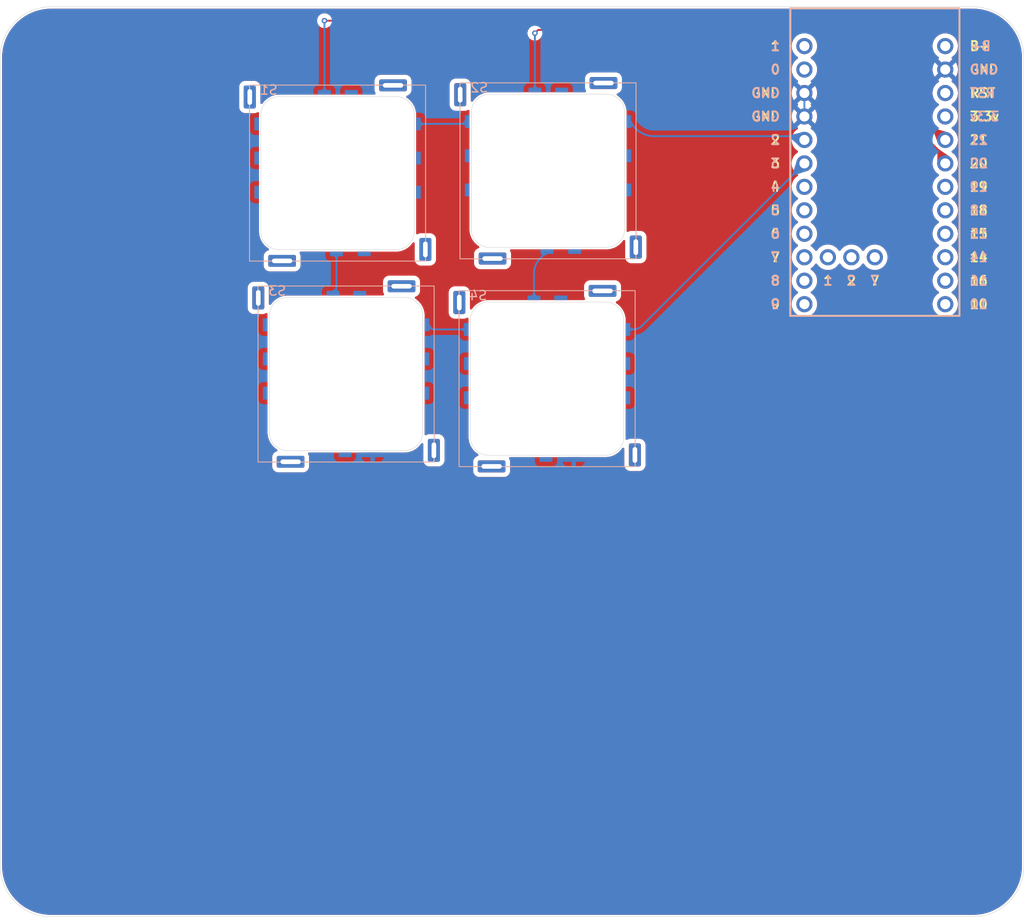
<source format=kicad_pcb>
(kicad_pcb (version 20241229) (generator "pcbnew") (generator_version "9.0")
  (layers (0 "F.Cu" jumper) (2 "B.Cu" jumper) (13 "F.Paste" user) (15 "B.Paste" user) (5 "F.SilkS" user "F.Silkscreen") (7 "B.SilkS" user "B.Silkscreen") (1 "F.Mask" user) (3 "B.Mask" user) (25 "Edge.Cuts" user))
  (net 0 "")
  (net 2 "col_0")
  (net 3 "row_0")
  (net 4 "Net-(S1-C-OUT)")
  (net 5 "Net-(S1-GND-Pad6)")
  (net 6 "Net-(S2-GND-Pad6)")
  (net 8 "Net-(S2-C-OUT)")
  (net 9 "col_1")
  (net 10 "row_1")
  (net 11 "GND_L")
  (net 18 "RESET_L")
  (net 24 "RAW_L")
  (net 32 "Net-(S1-R-OUT)")
  (net 33 "Net-(S3-R-OUT)")
  (footprint "MCU:Nice_Nano_V2" (layer "F.Cu") (at 147.38 44.69)
    (property "Reference" "U1" (hide yes))
    (property "Value" "Nice_Nano_V2" (hide yes))
    (fp_line (start -9.15 -17.78) (end -9.15 15.52) (stroke (width 0.2)) (layer "F.SilkS"))
    (fp_line (start 9.15 -17.78) (end -9.15 -17.78) (stroke (width 0.2)) (layer "F.SilkS"))
    (fp_line (start 9.15 -17.78) (end 9.15 15.52) (stroke (width 0.2)) (layer "F.SilkS"))
    (fp_line (start 9.15 15.52) (end -9.15 15.52) (stroke (width 0.2)) (layer "F.SilkS"))
    (fp_line (start -9.15 15.52) (end -9.15 -17.78) (stroke (width 0.2)) (layer "B.SilkS"))
    (fp_line (start 9.15 -17.78) (end -9.15 -17.78) (stroke (width 0.2)) (layer "B.SilkS"))
    (fp_line (start 9.15 15.52) (end -9.15 15.52) (stroke (width 0.2)) (layer "B.SilkS"))
    (fp_line (start 9.15 15.52) (end 9.15 -17.78) (stroke (width 0.2)) (layer "B.SilkS"))
    (fp_text user "7" (at -10.16 9.17 0) (layer "F.SilkS") (effects (font (thickness 0.2) (bold yes)) (justify right)))
    (fp_text user "5" (at -10.16 4.09 0) (layer "F.SilkS") (effects (font (thickness 0.2) (bold yes)) (justify right)))
    (fp_text user "19" (at 10.16 1.55 0) (layer "F.SilkS") (effects (font (thickness 0.2) (bold yes)) (justify left)))
    (fp_text user "4" (at -10.16 1.55 0) (layer "F.SilkS") (effects (font (thickness 0.2) (bold yes)) (justify right)))
    (fp_text user "8" (at -10.16 11.71 0) (layer "F.SilkS") (effects (font (thickness 0.2) (bold yes)) (justify right)))
    (fp_text user "2" (at -10.16 -3.53 0) (layer "F.SilkS") (effects (font (thickness 0.2) (bold yes)) (justify right)))
    (fp_text user "14" (at 10.16 9.17 0) (layer "F.SilkS") (effects (font (thickness 0.2) (bold yes)) (justify left)))
    (fp_text user "21" (at 10.16 -3.53 0) (layer "F.SilkS") (effects (font (thickness 0.2) (bold yes)) (justify left)))
    (fp_text user "RST" (at 10.16 -8.61 0) (layer "F.SilkS") (effects (font (thickness 0.2) (bold yes)) (justify left)))
    (fp_text user "20" (at 10.16 -0.99 0) (layer "F.SilkS") (effects (font (thickness 0.2) (bold yes)) (justify left)))
    (fp_text user "3.3v" (at 10.16 -6.07 0) (layer "F.SilkS") (effects (font (thickness 0.2) (bold yes)) (justify left)))
    (fp_text user "1" (at -10.16 -13.69 0) (layer "F.SilkS") (effects (font (thickness 0.2) (bold yes)) (justify right)))
    (fp_text user "7" (at 0 11.709998 0) (layer "F.SilkS") (effects (font (thickness 0.2) (bold yes))))
    (fp_text user "0" (at -10.16 -11.15 0) (layer "F.SilkS") (effects (font (thickness 0.2) (bold yes)) (justify right)))
    (fp_text user "6" (at -10.16 6.63 0) (layer "F.SilkS") (effects (font (thickness 0.2) (bold yes)) (justify right)))
    (fp_text user "2" (at -2.54 11.71 0) (layer "F.SilkS") (effects (font (thickness 0.2) (bold yes))))
    (fp_text user "GND" (at -10.16 -8.61 0) (layer "F.SilkS") (effects (font (thickness 0.2) (bold yes)) (justify right)))
    (fp_text user "16" (at 10.16 11.71 0) (layer "F.SilkS") (effects (font (thickness 0.2) (bold yes)) (justify left)))
    (fp_text user "GND" (at -10.16 -6.07 0) (layer "F.SilkS") (effects (font (thickness 0.2) (bold yes)) (justify right)))
    (fp_text user "15" (at 10.16 6.63 0) (layer "F.SilkS") (effects (font (thickness 0.2) (bold yes)) (justify left)))
    (fp_text user "9" (at -10.16 14.25 0) (layer "F.SilkS") (effects (font (thickness 0.2) (bold yes)) (justify right)))
    (fp_text user "10" (at 10.16 14.25 0) (layer "F.SilkS") (effects (font (thickness 0.2) (bold yes)) (justify left)))
    (fp_text user "18" (at 10.16 4.09 0) (layer "F.SilkS") (effects (font (thickness 0.2) (bold yes)) (justify left)))
    (fp_text user "GND" (at 10.16 -11.15 0) (layer "F.SilkS") (effects (font (thickness 0.2) (bold yes)) (justify left)))
    (fp_text user "B+" (at 10.16 -13.69 0) (layer "F.SilkS") (effects (font (thickness 0.2) (bold yes)) (justify left)))
    (fp_text user "3" (at -10.16 -0.99 0) (layer "F.SilkS") (effects (font (thickness 0.2) (bold yes)) (justify right)))
    (fp_text user "1" (at -5.08 11.71 0) (layer "F.SilkS") (effects (font (thickness 0.2) (bold yes))))
    (fp_text user "GND" (at -10.16 -6.07 0) (layer "B.SilkS") (effects (font (thickness 0.2) (bold yes)) (justify left mirror)))
    (fp_text user "14" (at 10.16 9.17 0) (layer "B.SilkS") (effects (font (thickness 0.2) (bold yes)) (justify right mirror)))
    (fp_text user "18" (at 10.16 4.09 0) (layer "B.SilkS") (effects (font (thickness 0.2) (bold yes)) (justify right mirror)))
    (fp_text user "15" (at 10.16 6.63 0) (layer "B.SilkS") (effects (font (thickness 0.2) (bold yes)) (justify right mirror)))
    (fp_text user "0" (at -10.16 -11.15 0) (layer "B.SilkS") (effects (font (thickness 0.2) (bold yes)) (justify left mirror)))
    (fp_text user "19" (at 10.16 1.55 0) (layer "B.SilkS") (effects (font (thickness 0.2) (bold yes)) (justify right mirror)))
    (fp_text user "2" (at -10.16 -3.53 0) (layer "B.SilkS") (effects (font (thickness 0.2) (bold yes)) (justify left mirror)))
    (fp_text user "1" (at -5.08 11.71 0) (layer "B.SilkS") (effects (font (thickness 0.2) (bold yes)) (justify mirror)))
    (fp_text user "2" (at -2.54 11.71 0) (layer "B.SilkS") (effects (font (thickness 0.2) (bold yes)) (justify mirror)))
    (fp_text user "8" (at -10.16 11.71 0) (layer "B.SilkS") (effects (font (thickness 0.2) (bold yes)) (justify left mirror)))
    (fp_text user "5" (at -10.16 4.09 0) (layer "B.SilkS") (effects (font (thickness 0.2) (bold yes)) (justify left mirror)))
    (fp_text user "GND" (at -10.16 -8.61 0) (layer "B.SilkS") (effects (font (thickness 0.2) (bold yes)) (justify left mirror)))
    (fp_text user "RST" (at 10.16 -8.61 0) (layer "B.SilkS") (effects (font (thickness 0.2) (bold yes)) (justify right mirror)))
    (fp_text user "B+" (at 10.16 -13.69 0) (layer "B.SilkS") (effects (font (thickness 0.2) (bold yes)) (justify right mirror)))
    (fp_text user "7" (at 0 11.709998 0) (layer "B.SilkS") (effects (font (thickness 0.2) (bold yes)) (justify mirror)))
    (fp_text user "16" (at 10.16 11.71 0) (layer "B.SilkS") (effects (font (thickness 0.2) (bold yes)) (justify right mirror)))
    (fp_text user "GND" (at 10.16 -11.15 0) (layer "B.SilkS") (effects (font (thickness 0.2) (bold yes)) (justify right mirror)))
    (fp_text user "6" (at -10.16 6.63 0) (layer "B.SilkS") (effects (font (thickness 0.2) (bold yes)) (justify left mirror)))
    (fp_text user "9" (at -10.16 14.25 0) (layer "B.SilkS") (effects (font (thickness 0.2) (bold yes)) (justify left mirror)))
    (fp_text user "1" (at -10.16 -13.69 0) (layer "B.SilkS") (effects (font (thickness 0.2) (bold yes)) (justify left mirror)))
    (fp_text user "20" (at 10.16 -0.99 0) (layer "B.SilkS") (effects (font (thickness 0.2) (bold yes)) (justify right mirror)))
    (fp_text user "7" (at -10.16 9.17 0) (layer "B.SilkS") (effects (font (thickness 0.2) (bold yes)) (justify left mirror)))
    (fp_text user "3" (at -10.16 -0.99 0) (layer "B.SilkS") (effects (font (thickness 0.2) (bold yes)) (justify left mirror)))
    (fp_text user "4" (at -10.16 1.55 0) (layer "B.SilkS") (effects (font (thickness 0.2) (bold yes)) (justify left mirror)))
    (fp_text user "21" (at 10.16 -3.53 0) (layer "B.SilkS") (effects (font (thickness 0.2) (bold yes)) (justify right mirror)))
    (fp_text user "10" (at 10.16 14.25 0) (layer "B.SilkS") (effects (font (thickness 0.2) (bold yes)) (justify right mirror)))
    (fp_text user "3.3v" (at 10.16 -6.07 0) (layer "B.SilkS") (effects (font (thickness 0.2) (bold yes)) (justify right mirror)))
    (pad "1" thru_hole circle (at -7.62 -13.69 270) (size 1.7526 1.7526) (drill 1.0922) (layers "*.Cu" "*.Mask"))
    (pad "2" thru_hole circle (at -7.62 -11.15 270) (size 1.7526 1.7526) (drill 1.0922) (layers "*.Cu" "*.Mask"))
    (pad "3" thru_hole circle (at -7.62 -8.61 270) (size 1.7526 1.7526) (drill 1.0922) (layers "*.Cu" "*.Mask") (net 11 "GND_L"))
    (pad "4" thru_hole circle (at -7.62 -6.07 270) (size 1.7526 1.7526) (drill 1.0922) (layers "*.Cu" "*.Mask") (net 11 "GND_L"))
    (pad "5" thru_hole circle (at -7.62 -3.53 270) (size 1.7526 1.7526) (drill 1.0922) (layers "*.Cu" "*.Mask") (net 3 "row_0"))
    (pad "6" thru_hole circle (at -7.62 -0.99 270) (size 1.7526 1.7526) (drill 1.0922) (layers "*.Cu" "*.Mask") (net 10 "row_1"))
    (pad "7" thru_hole circle (at -7.62 1.55 270) (size 1.7526 1.7526) (drill 1.0922) (layers "*.Cu" "*.Mask"))
    (pad "8" thru_hole circle (at -7.62 4.09 270) (size 1.7526 1.7526) (drill 1.0922) (layers "*.Cu" "*.Mask"))
    (pad "9" thru_hole circle (at -7.62 6.63 270) (size 1.7526 1.7526) (drill 1.0922) (layers "*.Cu" "*.Mask"))
    (pad "10" thru_hole circle (at -7.62 9.17 270) (size 1.7526 1.7526) (drill 1.0922) (layers "*.Cu" "*.Mask"))
    (pad "11" thru_hole circle (at -7.62 11.71 270) (size 1.7526 1.7526) (drill 1.0922) (layers "*.Cu" "*.Mask"))
    (pad "12" thru_hole circle (at -7.62 14.25 270) (size 1.7526 1.7526) (drill 1.0922) (layers "*.Cu" "*.Mask"))
    (pad "13" thru_hole circle (at 7.62 14.25 270) (size 1.7526 1.7526) (drill 1.0922) (layers "*.Cu" "*.Mask"))
    (pad "14" thru_hole circle (at 7.62 11.71 270) (size 1.7526 1.7526) (drill 1.0922) (layers "*.Cu" "*.Mask"))
    (pad "15" thru_hole circle (at 7.62 9.17 270) (size 1.7526 1.7526) (drill 1.0922) (layers "*.Cu" "*.Mask"))
    (pad "16" thru_hole circle (at 7.62 6.63 270) (size 1.7526 1.7526) (drill 1.0922) (layers "*.Cu" "*.Mask"))
    (pad "17" thru_hole circle (at 7.62 4.09 270) (size 1.7526 1.7526) (drill 1.0922) (layers "*.Cu" "*.Mask"))
    (pad "18" thru_hole circle (at 7.62 1.55 270) (size 1.7526 1.7526) (drill 1.0922) (layers "*.Cu" "*.Mask"))
    (pad "19" thru_hole circle (at 7.62 -0.99 270) (size 1.7526 1.7526) (drill 1.0922) (layers "*.Cu" "*.Mask") (net 9 "col_1"))
    (pad "20" thru_hole circle (at 7.62 -3.53 270) (size 1.7526 1.7526) (drill 1.0922) (layers "*.Cu" "*.Mask") (net 2 "col_0"))
    (pad "21" thru_hole circle (at 7.62 -6.07 270) (size 1.7526 1.7526) (drill 1.0922) (layers "*.Cu" "*.Mask"))
    (pad "22" thru_hole circle (at 7.62 -8.61 270) (size 1.7526 1.7526) (drill 1.0922) (layers "*.Cu" "*.Mask") (net 18 "RESET_L"))
    (pad "23" thru_hole circle (at 7.62 -11.15 270) (size 1.7526 1.7526) (drill 1.0922) (layers "*.Cu" "*.Mask") (net 11 "GND_L"))
    (pad "24" thru_hole circle (at 7.62 -13.69 270) (size 1.7526 1.7526) (drill 1.0922) (layers "*.Cu" "*.Mask") (net 24 "RAW_L"))
    (pad "25" thru_hole circle (at -5.08 9.17) (size 1.7526 1.7526) (drill 1.0922) (layers "*.Cu" "*.Mask"))
    (pad "26" thru_hole circle (at -2.54 9.17) (size 1.7526 1.7526) (drill 1.0922) (layers "*.Cu" "*.Mask"))
    (pad "27" thru_hole circle (at 0 9.17) (size 1.7526 1.7526) (drill 1.0922) (layers "*.Cu" "*.Mask"))
  )
  (footprint "Graz_Footprints:One Key Module" (layer "F.Cu") (at 112.02 44.5)
    (property "Reference" "S2" (at -8.5 -9 0) (layer "B.SilkS") (effects (justify right mirror)))
    (property "Value" "SW_OKM" (hide yes))
    (fp_rect (start -9.525 -9.525) (end 9.525 9.525) (stroke (width 0.1)) (fill no) (layer "B.SilkS"))
    (fp_line (start -8.3 6.3) (end -8.3 -6.3) (stroke (width 0.05)) (layer "Edge.Cuts"))
    (fp_line (start -6.3 -8.3) (end 6.3 -8.3) (stroke (width 0.05)) (layer "Edge.Cuts"))
    (fp_line (start 6.3 8.3) (end -6.3 8.3) (stroke (width 0.05)) (layer "Edge.Cuts"))
    (fp_line (start 8.3 -6.3) (end 8.3 6.3) (stroke (width 0.05)) (layer "Edge.Cuts"))
    (fp_arc (start -8.3 -6.3) (mid -7.714214 -7.714214) (end -6.3 -8.3) (stroke (width 0.05)) (layer "Edge.Cuts"))
    (fp_arc (start -6.3 8.3) (mid -7.714214 7.714214) (end -8.3 6.3) (stroke (width 0.05)) (layer "Edge.Cuts"))
    (fp_arc (start 6.3 -8.3) (mid 7.714208 -7.71422) (end 8.3 -6.300017) (stroke (width 0.05)) (layer "Edge.Cuts"))
    (fp_arc (start 8.3 6.3) (mid 7.714214 7.714214) (end 6.3 8.3) (stroke (width 0.05)) (layer "Edge.Cuts"))
    (pad "" thru_hole roundrect (at -9.5 -8.24) (size 1.3 2.5) (drill oval 0.5 1.7) (layers "*.Cu" "B.Mask") (roundrect_rratio 0.15))
    (pad "" smd roundrect (at -8.75 -1.63 270) (size 1.4 0.5) (layers "B.Cu" "B.Mask" "B.Paste") (roundrect_rratio 0.15))
    (pad "" smd roundrect (at -8.75 2.07 270) (size 1.4 0.5) (layers "B.Cu" "B.Mask" "B.Paste") (roundrect_rratio 0.15))
    (pad "" thru_hole roundrect (at -6 9.5) (size 3 1.3) (drill oval 2.2 0.5) (layers "*.Cu" "B.Mask") (roundrect_rratio 0.15))
    (pad "" thru_hole roundrect (at 6 -9.5) (size 3 1.3) (drill oval 2.2 0.5) (layers "*.Cu" "B.Mask") (roundrect_rratio 0.15))
    (pad "" smd roundrect (at 8.75 -1.63 270) (size 1.4 0.5) (layers "B.Cu" "B.Mask" "B.Paste") (roundrect_rratio 0.15))
    (pad "" smd roundrect (at 8.75 2.07 270) (size 1.4 0.5) (layers "B.Cu" "B.Mask" "B.Paste") (roundrect_rratio 0.15))
    (pad "" thru_hole roundrect (at 9.5 8.26) (size 1.3 2.5) (drill oval 0.5 1.7) (layers "*.Cu" "B.Mask") (roundrect_rratio 0.15))
    (pad "1" smd roundrect (at -1.42 -8.75) (size 1.4 0.5) (layers "B.Cu" "B.Mask" "B.Paste") (roundrect_rratio 0.15) (net 9 "col_1"))
    (pad "2" smd roundrect (at -0.12 8.75) (size 1.4 0.5) (layers "B.Cu" "B.Mask" "B.Paste") (roundrect_rratio 0.15) (net 8 "Net-(S2-C-OUT)"))
    (pad "3" smd roundrect (at -8.75 -5.33 270) (size 1.4 0.5) (layers "B.Cu" "B.Mask" "B.Paste") (roundrect_rratio 0.15) (net 32 "Net-(S1-R-OUT)"))
    (pad "4" smd roundrect (at 8.75 -5.33 270) (size 1.4 0.5) (layers "B.Cu" "B.Mask" "B.Paste") (roundrect_rratio 0.15) (net 3 "row_0"))
    (pad "5" smd roundrect (at 1.48 -8.75) (size 1.4 0.5) (layers "B.Cu" "B.Mask" "B.Paste") (roundrect_rratio 0.15))
    (pad "6" smd roundrect (at 2.88 8.75) (size 1.4 0.5) (layers "B.Cu" "B.Mask" "B.Paste") (roundrect_rratio 0.15) (net 6 "Net-(S2-GND-Pad6)"))
  )
  (footprint "Graz_Footprints:One Key Module" (layer "F.Cu") (at 90.17 66.5)
    (property "Reference" "S3" (at -8.5 -9 0) (layer "B.SilkS") (effects (justify right mirror)))
    (property "Value" "SW_OKM" (hide yes))
    (fp_rect (start -9.525 -9.525) (end 9.525 9.525) (stroke (width 0.1)) (fill no) (layer "B.SilkS"))
    (fp_line (start -8.3 6.3) (end -8.3 -6.3) (stroke (width 0.05)) (layer "Edge.Cuts"))
    (fp_line (start -6.3 -8.3) (end 6.3 -8.3) (stroke (width 0.05)) (layer "Edge.Cuts"))
    (fp_line (start 6.3 8.3) (end -6.3 8.3) (stroke (width 0.05)) (layer "Edge.Cuts"))
    (fp_line (start 8.3 -6.3) (end 8.3 6.3) (stroke (width 0.05)) (layer "Edge.Cuts"))
    (fp_arc (start -8.3 -6.3) (mid -7.714214 -7.714214) (end -6.3 -8.3) (stroke (width 0.05)) (layer "Edge.Cuts"))
    (fp_arc (start -6.3 8.3) (mid -7.714214 7.714214) (end -8.3 6.3) (stroke (width 0.05)) (layer "Edge.Cuts"))
    (fp_arc (start 6.3 -8.3) (mid 7.714208 -7.71422) (end 8.3 -6.300017) (stroke (width 0.05)) (layer "Edge.Cuts"))
    (fp_arc (start 8.3 6.3) (mid 7.714214 7.714214) (end 6.3 8.3) (stroke (width 0.05)) (layer "Edge.Cuts"))
    (pad "" thru_hole roundrect (at -9.5 -8.24) (size 1.3 2.5) (drill oval 0.5 1.7) (layers "*.Cu" "B.Mask") (roundrect_rratio 0.15))
    (pad "" smd roundrect (at -8.75 -1.63 270) (size 1.4 0.5) (layers "B.Cu" "B.Mask" "B.Paste") (roundrect_rratio 0.15))
    (pad "" smd roundrect (at -8.75 2.07 270) (size 1.4 0.5) (layers "B.Cu" "B.Mask" "B.Paste") (roundrect_rratio 0.15))
    (pad "" thru_hole roundrect (at -6 9.5) (size 3 1.3) (drill oval 2.2 0.5) (layers "*.Cu" "B.Mask") (roundrect_rratio 0.15))
    (pad "" thru_hole roundrect (at 6 -9.5) (size 3 1.3) (drill oval 2.2 0.5) (layers "*.Cu" "B.Mask") (roundrect_rratio 0.15))
    (pad "" smd roundrect (at 8.75 -1.63 270) (size 1.4 0.5) (layers "B.Cu" "B.Mask" "B.Paste") (roundrect_rratio 0.15))
    (pad "" smd roundrect (at 8.75 2.07 270) (size 1.4 0.5) (layers "B.Cu" "B.Mask" "B.Paste") (roundrect_rratio 0.15))
    (pad "" thru_hole roundrect (at 9.5 8.26) (size 1.3 2.5) (drill oval 0.5 1.7) (layers "*.Cu" "B.Mask") (roundrect_rratio 0.15))
    (pad "1" smd roundrect (at -1.42 -8.75) (size 1.4 0.5) (layers "B.Cu" "B.Mask" "B.Paste") (roundrect_rratio 0.15) (net 4 "Net-(S1-C-OUT)"))
    (pad "2" smd roundrect (at -0.12 8.75) (size 1.4 0.5) (layers "B.Cu" "B.Mask" "B.Paste") (roundrect_rratio 0.15))
    (pad "3" smd roundrect (at -8.75 -5.33 270) (size 1.4 0.5) (layers "B.Cu" "B.Mask" "B.Paste") (roundrect_rratio 0.15))
    (pad "4" smd roundrect (at 8.75 -5.33 270) (size 1.4 0.5) (layers "B.Cu" "B.Mask" "B.Paste") (roundrect_rratio 0.15) (net 33 "Net-(S3-R-OUT)"))
    (pad "5" smd roundrect (at 1.48 -8.75) (size 1.4 0.5) (layers "B.Cu" "B.Mask" "B.Paste") (roundrect_rratio 0.15) (net 5 "Net-(S1-GND-Pad6)"))
    (pad "6" smd roundrect (at 2.88 8.75) (size 1.4 0.5) (layers "B.Cu" "B.Mask" "B.Paste") (roundrect_rratio 0.15) (net 11 "GND_L"))
  )
  (footprint "Graz_Footprints:One Key Module" (layer "F.Cu") (at 111.92 67)
    (property "Reference" "S4" (at -8.5 -9 0) (layer "B.SilkS") (effects (justify right mirror)))
    (property "Value" "SW_OKM" (hide yes))
    (fp_rect (start -9.525 -9.525) (end 9.525 9.525) (stroke (width 0.1)) (fill no) (layer "B.SilkS"))
    (fp_line (start -8.3 6.3) (end -8.3 -6.3) (stroke (width 0.05)) (layer "Edge.Cuts"))
    (fp_line (start -6.3 -8.3) (end 6.3 -8.3) (stroke (width 0.05)) (layer "Edge.Cuts"))
    (fp_line (start 6.3 8.3) (end -6.3 8.3) (stroke (width 0.05)) (layer "Edge.Cuts"))
    (fp_line (start 8.3 -6.3) (end 8.3 6.3) (stroke (width 0.05)) (layer "Edge.Cuts"))
    (fp_arc (start -8.3 -6.3) (mid -7.714214 -7.714214) (end -6.3 -8.3) (stroke (width 0.05)) (layer "Edge.Cuts"))
    (fp_arc (start -6.3 8.3) (mid -7.714214 7.714214) (end -8.3 6.3) (stroke (width 0.05)) (layer "Edge.Cuts"))
    (fp_arc (start 6.3 -8.3) (mid 7.714208 -7.71422) (end 8.3 -6.300017) (stroke (width 0.05)) (layer "Edge.Cuts"))
    (fp_arc (start 8.3 6.3) (mid 7.714214 7.714214) (end 6.3 8.3) (stroke (width 0.05)) (layer "Edge.Cuts"))
    (pad "" thru_hole roundrect (at -9.5 -8.24) (size 1.3 2.5) (drill oval 0.5 1.7) (layers "*.Cu" "B.Mask") (roundrect_rratio 0.15))
    (pad "" smd roundrect (at -8.75 -1.63 270) (size 1.4 0.5) (layers "B.Cu" "B.Mask" "B.Paste") (roundrect_rratio 0.15))
    (pad "" smd roundrect (at -8.75 2.07 270) (size 1.4 0.5) (layers "B.Cu" "B.Mask" "B.Paste") (roundrect_rratio 0.15))
    (pad "" thru_hole roundrect (at -6 9.5) (size 3 1.3) (drill oval 2.2 0.5) (layers "*.Cu" "B.Mask") (roundrect_rratio 0.15))
    (pad "" thru_hole roundrect (at 6 -9.5) (size 3 1.3) (drill oval 2.2 0.5) (layers "*.Cu" "B.Mask") (roundrect_rratio 0.15))
    (pad "" smd roundrect (at 8.75 -1.63 270) (size 1.4 0.5) (layers "B.Cu" "B.Mask" "B.Paste") (roundrect_rratio 0.15))
    (pad "" smd roundrect (at 8.75 2.07 270) (size 1.4 0.5) (layers "B.Cu" "B.Mask" "B.Paste") (roundrect_rratio 0.15))
    (pad "" thru_hole roundrect (at 9.5 8.26) (size 1.3 2.5) (drill oval 0.5 1.7) (layers "*.Cu" "B.Mask") (roundrect_rratio 0.15))
    (pad "1" smd roundrect (at -1.42 -8.75) (size 1.4 0.5) (layers "B.Cu" "B.Mask" "B.Paste") (roundrect_rratio 0.15) (net 8 "Net-(S2-C-OUT)"))
    (pad "2" smd roundrect (at -0.12 8.75) (size 1.4 0.5) (layers "B.Cu" "B.Mask" "B.Paste") (roundrect_rratio 0.15))
    (pad "3" smd roundrect (at -8.75 -5.33 270) (size 1.4 0.5) (layers "B.Cu" "B.Mask" "B.Paste") (roundrect_rratio 0.15) (net 33 "Net-(S3-R-OUT)"))
    (pad "4" smd roundrect (at 8.75 -5.33 270) (size 1.4 0.5) (layers "B.Cu" "B.Mask" "B.Paste") (roundrect_rratio 0.15) (net 10 "row_1"))
    (pad "5" smd roundrect (at 1.48 -8.75) (size 1.4 0.5) (layers "B.Cu" "B.Mask" "B.Paste") (roundrect_rratio 0.15) (net 6 "Net-(S2-GND-Pad6)"))
    (pad "6" smd roundrect (at 2.88 8.75) (size 1.4 0.5) (layers "B.Cu" "B.Mask" "B.Paste") (roundrect_rratio 0.15) (net 11 "GND_L"))
  )
  (footprint "Graz_Footprints:One Key Module" (layer "F.Cu") (at 89.25 44.75)
    (property "Reference" "S1" (at -8.5 -9 0) (layer "B.SilkS") (effects (justify right mirror)))
    (property "Value" "SW_OKM" (hide yes))
    (fp_rect (start -9.525 -9.525) (end 9.525 9.525) (stroke (width 0.1)) (fill no) (layer "B.SilkS"))
    (fp_line (start -8.3 6.3) (end -8.3 -6.3) (stroke (width 0.05)) (layer "Edge.Cuts"))
    (fp_line (start -6.3 -8.3) (end 6.3 -8.3) (stroke (width 0.05)) (layer "Edge.Cuts"))
    (fp_line (start 6.3 8.3) (end -6.3 8.3) (stroke (width 0.05)) (layer "Edge.Cuts"))
    (fp_line (start 8.3 -6.3) (end 8.3 6.3) (stroke (width 0.05)) (layer "Edge.Cuts"))
    (fp_arc (start -8.3 -6.3) (mid -7.714214 -7.714214) (end -6.3 -8.3) (stroke (width 0.05)) (layer "Edge.Cuts"))
    (fp_arc (start -6.3 8.3) (mid -7.714214 7.714214) (end -8.3 6.3) (stroke (width 0.05)) (layer "Edge.Cuts"))
    (fp_arc (start 6.3 -8.3) (mid 7.714208 -7.71422) (end 8.3 -6.300017) (stroke (width 0.05)) (layer "Edge.Cuts"))
    (fp_arc (start 8.3 6.3) (mid 7.714214 7.714214) (end 6.3 8.3) (stroke (width 0.05)) (layer "Edge.Cuts"))
    (pad "" thru_hole roundrect (at -9.5 -8.24) (size 1.3 2.5) (drill oval 0.5 1.7) (layers "*.Cu" "B.Mask") (roundrect_rratio 0.15))
    (pad "" smd roundrect (at -8.75 -1.63 270) (size 1.4 0.5) (layers "B.Cu" "B.Mask" "B.Paste") (roundrect_rratio 0.15))
    (pad "" smd roundrect (at -8.75 2.07 270) (size 1.4 0.5) (layers "B.Cu" "B.Mask" "B.Paste") (roundrect_rratio 0.15))
    (pad "" thru_hole roundrect (at -6 9.5) (size 3 1.3) (drill oval 2.2 0.5) (layers "*.Cu" "B.Mask") (roundrect_rratio 0.15))
    (pad "" thru_hole roundrect (at 6 -9.5) (size 3 1.3) (drill oval 2.2 0.5) (layers "*.Cu" "B.Mask") (roundrect_rratio 0.15))
    (pad "" smd roundrect (at 8.75 -1.63 270) (size 1.4 0.5) (layers "B.Cu" "B.Mask" "B.Paste") (roundrect_rratio 0.15))
    (pad "" smd roundrect (at 8.75 2.07 270) (size 1.4 0.5) (layers "B.Cu" "B.Mask" "B.Paste") (roundrect_rratio 0.15))
    (pad "" thru_hole roundrect (at 9.5 8.26) (size 1.3 2.5) (drill oval 0.5 1.7) (layers "*.Cu" "B.Mask") (roundrect_rratio 0.15))
    (pad "1" smd roundrect (at -1.42 -8.75) (size 1.4 0.5) (layers "B.Cu" "B.Mask" "B.Paste") (roundrect_rratio 0.15) (net 2 "col_0"))
    (pad "2" smd roundrect (at -0.12 8.75) (size 1.4 0.5) (layers "B.Cu" "B.Mask" "B.Paste") (roundrect_rratio 0.15) (net 4 "Net-(S1-C-OUT)"))
    (pad "3" smd roundrect (at -8.75 -5.33 270) (size 1.4 0.5) (layers "B.Cu" "B.Mask" "B.Paste") (roundrect_rratio 0.15))
    (pad "4" smd roundrect (at 8.75 -5.33 270) (size 1.4 0.5) (layers "B.Cu" "B.Mask" "B.Paste") (roundrect_rratio 0.15) (net 32 "Net-(S1-R-OUT)"))
    (pad "5" smd roundrect (at 1.48 -8.75) (size 1.4 0.5) (layers "B.Cu" "B.Mask" "B.Paste") (roundrect_rratio 0.15))
    (pad "6" smd roundrect (at 2.88 8.75) (size 1.4 0.5) (layers "B.Cu" "B.Mask" "B.Paste") (roundrect_rratio 0.15) (net 5 "Net-(S1-GND-Pad6)"))
  )
  (gr_line (start 52.75 119.75) (end 52.75 32.25) (stroke (width 0.05)) (layer "Edge.Cuts"))
  (gr_arc (start 52.75 32.25) (mid 54.360913 28.360913) (end 58.25 26.75) (stroke (width 0.05)) (layer "Edge.Cuts"))
  (gr_arc (start 163.5 119.75) (mid 161.889087 123.639087) (end 158 125.25) (stroke (width 0.05)) (layer "Edge.Cuts"))
  (gr_arc (start 58.25 125.25) (mid 54.360913 123.639087) (end 52.75 119.75) (stroke (width 0.05)) (layer "Edge.Cuts"))
  (gr_arc (start 158 26.75) (mid 161.889087 28.360913) (end 163.5 32.25) (stroke (width 0.05)) (layer "Edge.Cuts"))
  (gr_line (start 158 125.25) (end 58.25 125.25) (stroke (width 0.05)) (layer "Edge.Cuts"))
  (gr_line (start 163.5 32.25) (end 163.5 119.75) (stroke (width 0.05)) (layer "Edge.Cuts"))
  (gr_line (start 58.25 26.75) (end 158 26.75) (stroke (width 0.05)) (layer "Edge.Cuts"))
  (segment (start 142 28.25) (end 155 41.25) (width 0.2) (layer "F.Cu") (net 2))
  (segment (start 155 41.25) (end 155 41.16) (width 0.2) (layer "F.Cu") (net 2))
  (segment (start 87.83 28.25) (end 142 28.25) (width 0.2) (layer "F.Cu") (net 2))
  (via (at 87.83 28.25) (size 0.6) (drill 0.3) (layers "F.Cu" "B.Cu") (net 2))
  (segment (start 87.83 28.25) (end 87.83 36) (width 0.2) (layer "B.Cu") (net 2))
  (segment (start 139.76 41.16) (end 140.41 41.16) (width 0.2) (layer "B.Cu") (net 3))
  (segment (start 123.467228 40.75) (end 140 40.75) (width 0.2) (layer "B.Cu") (net 3))
  (segment (start 121.56 39.96) (end 120.77 39.17) (width 0.2) (layer "B.Cu") (net 3))
  (arc (start 121.56 39.96) (mid 122.435043 40.544685) (end 123.467228 40.75) (width 0.2) (layer "B.Cu") (net 3))
  (segment (start 89.065 53.5) (end 89.13 53.5) (width 0.2) (layer "B.Cu") (net 4))
  (segment (start 88.94 57.56) (end 88.75 57.75) (width 0.2) (layer "B.Cu") (net 4))
  (segment (start 89.045961 53.545961) (end 89.065 53.565) (width 0.2) (layer "B.Cu") (net 4))
  (segment (start 89.13 57.101299) (end 89.13 53.721923) (width 0.2) (layer "B.Cu") (net 4))
  (arc (start 89.13 57.101299) (mid 89.08062 57.349546) (end 88.94 57.56) (width 0.2) (layer "B.Cu") (net 4))
  (arc (start 89.065 53.565) (mid 89.113107 53.636997) (end 89.13 53.721923) (width 0.2) (layer "B.Cu") (net 4))
  (arc (start 89.065 53.5) (mid 89.040125 53.51662) (end 89.045961 53.545961) (width 0.2) (layer "B.Cu") (net 4))
  (segment (start 111.2 53.95) (end 111.9 53.25) (width 0.2) (layer "B.Cu") (net 8))
  (segment (start 110.5 55.639949) (end 110.5 58.25) (width 0.2) (layer "B.Cu") (net 8))
  (arc (start 111.2 53.95) (mid 110.681924 54.725355) (end 110.5 55.639949) (width 0.2) (layer "B.Cu") (net 8))
  (segment (start 110.6 29.6) (end 110.95 29.25) (width 0.2) (layer "F.Cu") (net 9))
  (segment (start 155 43) (end 155 43.7) (width 0.2) (layer "F.Cu") (net 9))
  (segment (start 110.95 29.25) (end 141.25 29.25) (width 0.2) (layer "F.Cu") (net 9))
  (segment (start 141.25 29.25) (end 155 43) (width 0.2) (layer "F.Cu") (net 9))
  (via (at 110.6 29.6) (size 0.6) (drill 0.3) (layers "F.Cu" "B.Cu") (net 9))
  (segment (start 110.6 29.6) (end 110.6 35.75) (width 0.2) (layer "B.Cu") (net 9))
  (segment (start 122.185979 61.27402) (end 139.76 43.7) (width 0.2) (layer "B.Cu") (net 10))
  (segment (start 121.23 61.67) (end 120.67 61.67) (width 0.2) (layer "B.Cu") (net 10))
  (arc (start 122.185979 61.27402) (mid 121.747372 61.567088) (end 121.23 61.67) (width 0.2) (layer "B.Cu") (net 10))
  (segment (start 139.76 36.267071) (end 139.76 38.62) (width 0.2) (layer "B.Cu") (net 11))
  (segment (start 139.76 36.232928) (end 139.76 36.08) (width 0.2) (layer "B.Cu") (net 11))
  (arc (start 139.755 36.255) (mid 139.7587 36.260538) (end 139.76 36.267071) (width 0.2) (layer "B.Cu") (net 11))
  (arc (start 139.76 36.232928) (mid 139.7587 36.239461) (end 139.755 36.245) (width 0.2) (layer "B.Cu") (net 11))
  (arc (start 139.755 36.245) (mid 139.752928 36.25) (end 139.755 36.255) (width 0.2) (layer "B.Cu") (net 11))
  (segment (start 102.843223 39.42) (end 98 39.42) (width 0.2) (layer "B.Cu") (net 32))
  (segment (start 103.145 39.295) (end 103.27 39.17) (width 0.2) (layer "B.Cu") (net 32))
  (arc (start 103.145 39.295) (mid 103.006543 39.387513) (end 102.843223 39.42) (width 0.2) (layer "B.Cu") (net 32))
  (segment (start 99.17 61.42) (end 98.92 61.17) (width 0.2) (layer "B.Cu") (net 33))
  (segment (start 99.773553 61.67) (end 103.17 61.67) (width 0.2) (layer "B.Cu") (net 33))
  (arc (start 99.17 61.42) (mid 99.446912 61.605027) (end 99.773553 61.67) (width 0.2) (layer "B.Cu") (net 33))
  (zone (net 11) (net_name "GND_L") (layer "F.Cu") (connect_pads (clearance 0.5)) (min_thickness 0.25) (fill yes (thermal_gap 0.5) (thermal_bridge_width 0.5))
    (polygon (pts (xy 52.75 26.75) (xy 163.5 26.75) (xy 163.5 125.25) (xy 52.75 125.25)))
  )
  (zone (net 11) (net_name "GND_L") (layer "B.Cu") (connect_pads (clearance 0.5)) (min_thickness 0.25) (fill yes (thermal_gap 0.5) (thermal_bridge_width 0.5))
    (polygon (pts (xy 52.75 26.75) (xy 163.5 26.75) (xy 163.5 125.25) (xy 52.75 125.25)))
  )
)
</source>
